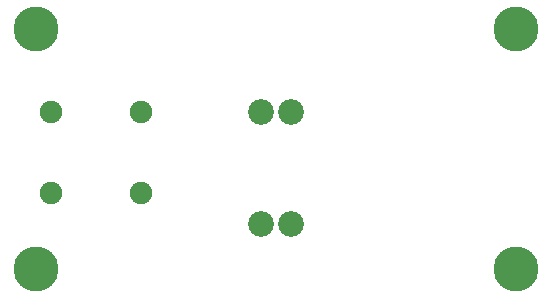
<source format=gbs>
G04 (created by PCBNEW (2013-feb-26)-testing) date Sun 10 Mar 2013 06:05:37 PM PDT*
%MOIN*%
G04 Gerber Fmt 3.4, Leading zero omitted, Abs format*
%FSLAX34Y34*%
G01*
G70*
G90*
G04 APERTURE LIST*
%ADD10C,2.3622e-06*%
%ADD11C,0.15*%
%ADD12C,0.086*%
%ADD13C,0.075*%
G04 APERTURE END LIST*
G54D10*
G54D11*
X31000Y-21000D03*
X31000Y-29000D03*
X47000Y-29000D03*
X47000Y-21000D03*
G54D12*
X39500Y-23750D03*
X38500Y-23750D03*
G54D13*
X31500Y-23750D03*
X34500Y-23750D03*
X34500Y-26456D03*
X31500Y-26456D03*
G54D12*
X39500Y-27500D03*
X38500Y-27500D03*
M02*

</source>
